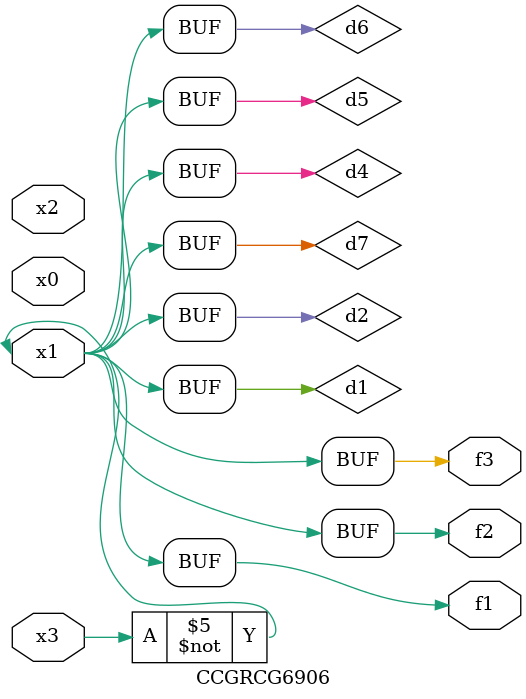
<source format=v>
module CCGRCG6906(
	input x0, x1, x2, x3,
	output f1, f2, f3
);

	wire d1, d2, d3, d4, d5, d6, d7;

	not (d1, x3);
	buf (d2, x1);
	xnor (d3, d1, d2);
	nor (d4, d1);
	buf (d5, d1, d2);
	buf (d6, d4, d5);
	nand (d7, d4);
	assign f1 = d6;
	assign f2 = d7;
	assign f3 = d6;
endmodule

</source>
